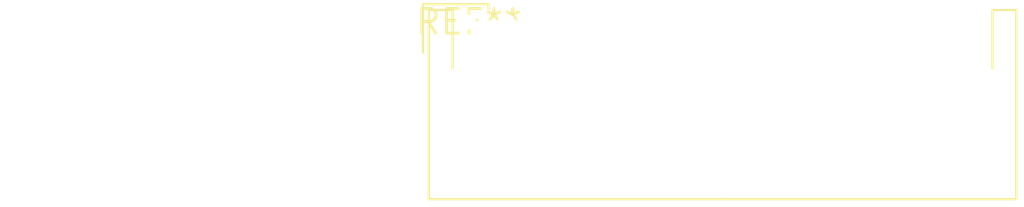
<source format=kicad_pcb>
(kicad_pcb (version 20240108) (generator pcbnew)
  (layers (0 "F.Cu" signal) (31 "B.Cu" signal) (34 "B.Paste" user) (35 "F.Paste" user) (36 "B.SilkS" user "B.Silkscreen") (37 "F.SilkS" user "F.Silkscreen") (38 "B.Mask" user) (39 "F.Mask" user) (44 "Edge.Cuts" user))
  (net 0 "")
  (footprint "JST_PHD_S28B-PHDSS_2x14_P2.00mm_Horizontal" (layer "F.Cu") (at 0 0)
    (property "Reference" "REF**")
    (property "Value" "JST_PHD_S28B-PHDSS_2x14_P2.00mm_Horizontal")
    (fp_line (start -2.36 -0.91) (end -2.36 1.59) (layer "F.SilkS") (stroke (width 0.12)))
    (fp_line (start -2.06 -0.61) (end -2.06 9.11) (layer "F.SilkS") (stroke (width 0.12)))
    (fp_line (start -2.06 9.11) (end 13 9.11) (layer "F.SilkS") (stroke (width 0.12)))
    (fp_line (start -0.84 -0.61) (end -2.06 -0.61) (layer "F.SilkS") (stroke (width 0.12)))
    (fp_line (start -0.84 2.39) (end -0.84 -0.61) (layer "F.SilkS") (stroke (width 0.12)))
    (fp_line (start 1 -0.91) (end -2.36 -0.91) (layer "F.SilkS") (stroke (width 0.12)))
    (fp_line (start 1 -0.66) (end 1 -0.91) (layer "F.SilkS") (stroke (width 0.12)))
    (fp_line (start 26.84 -0.61) (end 28.06 -0.61) (layer "F.SilkS") (stroke (width 0.12)))
    (fp_line (start 26.84 2.39) (end 26.84 -0.61) (layer "F.SilkS") (stroke (width 0.12)))
    (fp_line (start 28.06 -0.61) (end 28.06 9.11) (layer "F.SilkS") (stroke (width 0.12)))
    (fp_line (start 28.06 9.11) (end 13 9.11) (layer "F.SilkS") (stroke (width 0.12)))
    (pad "1" thru_hole roundrect (at 0 0) (size 1.2 1.2) (drill 0.75) (layers *.Cu *.Mask) (remove_unused_layers) (roundrect_rratio 0.208333))
    (pad "2" thru_hole circle (at 0 2) (size 1.2 1.2) (drill 0.75) (layers *.Cu *.Mask) (remove_unused_layers))
    (pad "3" thru_hole circle (at 2 0) (size 1.2 1.2) (drill 0.75) (layers *.Cu *.Mask) (remove_unused_layers))
    (pad "4" thru_hole circle (at 2 2) (size 1.2 1.2) (drill 0.75) (layers *.Cu *.Mask) (remove_unused_layers))
    (pad "5" thru_hole circle (at 4 0) (size 1.2 1.2) (drill 0.75) (layers *.Cu *.Mask) (remove_unused_layers))
    (pad "6" thru_hole circle (at 4 2) (size 1.2 1.2) (drill 0.75) (layers *.Cu *.Mask) (remove_unused_layers))
    (pad "7" thru_hole circle (at 6 0) (size 1.2 1.2) (drill 0.75) (layers *.Cu *.Mask) (remove_unused_layers))
    (pad "8" thru_hole circle (at 6 2) (size 1.2 1.2) (drill 0.75) (layers *.Cu *.Mask) (remove_unused_layers))
    (pad "9" thru_hole circle (at 8 0) (size 1.2 1.2) (drill 0.75) (layers *.Cu *.Mask) (remove_unused_layers))
    (pad "10" thru_hole circle (at 8 2) (size 1.2 1.2) (drill 0.75) (layers *.Cu *.Mask) (remove_unused_layers))
    (pad "11" thru_hole circle (at 10 0) (size 1.2 1.2) (drill 0.75) (layers *.Cu *.Mask) (remove_unused_layers))
    (pad "12" thru_hole circle (at 10 2) (size 1.2 1.2) (drill 0.75) (layers *.Cu *.Mask) (remove_unused_layers))
    (pad "13" thru_hole circle (at 12 0) (size 1.2 1.2) (drill 0.75) (layers *.Cu *.Mask) (remove_unused_layers))
    (pad "14" thru_hole circle (at 12 2) (size 1.2 1.2) (drill 0.75) (layers *.Cu *.Mask) (remove_unused_layers))
    (pad "15" thru_hole circle (at 14 0) (size 1.2 1.2) (drill 0.75) (layers *.Cu *.Mask) (remove_unused_layers))
    (pad "16" thru_hole circle (at 14 2) (size 1.2 1.2) (drill 0.75) (layers *.Cu *.Mask) (remove_unused_layers))
    (pad "17" thru_hole circle (at 16 0) (size 1.2 1.2) (drill 0.75) (layers *.Cu *.Mask) (remove_unused_layers))
    (pad "18" thru_hole circle (at 16 2) (size 1.2 1.2) (drill 0.75) (layers *.Cu *.Mask) (remove_unused_layers))
    (pad "19" thru_hole circle (at 18 0) (size 1.2 1.2) (drill 0.75) (layers *.Cu *.Mask) (remove_unused_layers))
    (pad "20" thru_hole circle (at 18 2) (size 1.2 1.2) (drill 0.75) (layers *.Cu *.Mask) (remove_unused_layers))
    (pad "21" thru_hole circle (at 20 0) (size 1.2 1.2) (drill 0.75) (layers *.Cu *.Mask) (remove_unused_layers))
    (pad "22" thru_hole circle (at 20 2) (size 1.2 1.2) (drill 0.75) (layers *.Cu *.Mask) (remove_unused_layers))
    (pad "23" thru_hole circle (at 22 0) (size 1.2 1.2) (drill 0.75) (layers *.Cu *.Mask) (remove_unused_layers))
    (pad "24" thru_hole circle (at 22 2) (size 1.2 1.2) (drill 0.75) (layers *.Cu *.Mask) (remove_unused_layers))
    (pad "25" thru_hole circle (at 24 0) (size 1.2 1.2) (drill 0.75) (layers *.Cu *.Mask) (remove_unused_layers))
    (pad "26" thru_hole circle (at 24 2) (size 1.2 1.2) (drill 0.75) (layers *.Cu *.Mask) (remove_unused_layers))
    (pad "27" thru_hole circle (at 26 0) (size 1.2 1.2) (drill 0.75) (layers *.Cu *.Mask) (remove_unused_layers))
    (pad "28" thru_hole circle (at 26 2) (size 1.2 1.2) (drill 0.75) (layers *.Cu *.Mask) (remove_unused_layers))
  )
)
</source>
